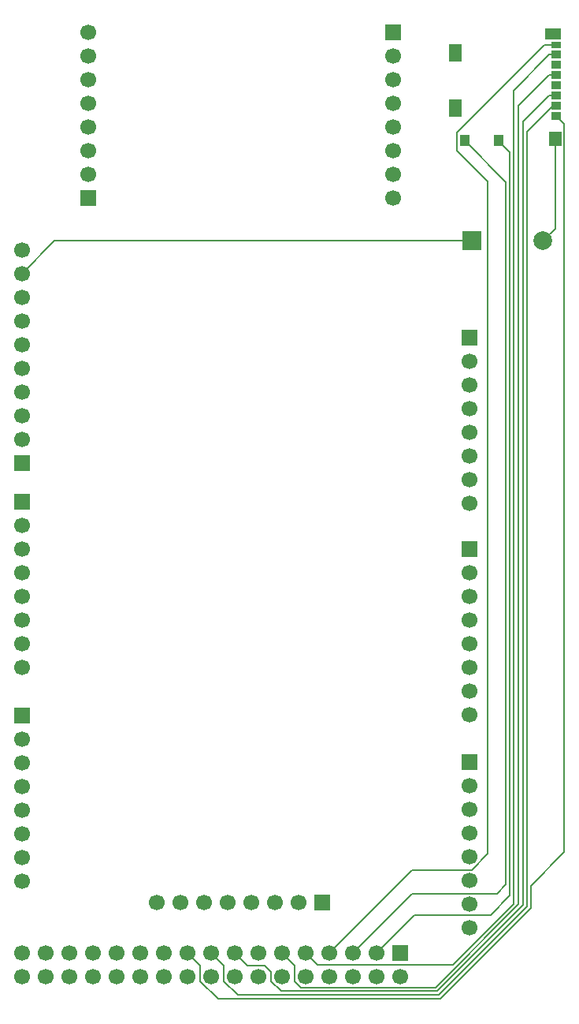
<source format=gbr>
%TF.GenerationSoftware,KiCad,Pcbnew,9.0.4-1.fc42*%
%TF.CreationDate,2025-09-21T19:32:59-04:00*%
%TF.ProjectId,TacosDevBoard,5461636f-7344-4657-9642-6f6172642e6b,1.0*%
%TF.SameCoordinates,Original*%
%TF.FileFunction,Copper,L2,Bot*%
%TF.FilePolarity,Positive*%
%FSLAX46Y46*%
G04 Gerber Fmt 4.6, Leading zero omitted, Abs format (unit mm)*
G04 Created by KiCad (PCBNEW 9.0.4-1.fc42) date 2025-09-21 19:32:59*
%MOMM*%
%LPD*%
G01*
G04 APERTURE LIST*
%TA.AperFunction,ComponentPad*%
%ADD10R,1.700000X1.700000*%
%TD*%
%TA.AperFunction,ComponentPad*%
%ADD11C,1.700000*%
%TD*%
%TA.AperFunction,ComponentPad*%
%ADD12R,2.000000X2.000000*%
%TD*%
%TA.AperFunction,ComponentPad*%
%ADD13C,2.000000*%
%TD*%
%TA.AperFunction,SMDPad,CuDef*%
%ADD14R,1.100000X0.850000*%
%TD*%
%TA.AperFunction,SMDPad,CuDef*%
%ADD15R,1.100000X0.750000*%
%TD*%
%TA.AperFunction,SMDPad,CuDef*%
%ADD16R,1.000000X1.200000*%
%TD*%
%TA.AperFunction,SMDPad,CuDef*%
%ADD17R,1.350000X1.550000*%
%TD*%
%TA.AperFunction,SMDPad,CuDef*%
%ADD18R,1.350000X1.900000*%
%TD*%
%TA.AperFunction,SMDPad,CuDef*%
%ADD19R,1.800000X1.170000*%
%TD*%
%TA.AperFunction,Conductor*%
%ADD20C,0.200000*%
%TD*%
G04 APERTURE END LIST*
D10*
%TO.P,J4,1,Pin_1*%
%TO.N,unconnected-(J4-Pin_1-Pad1)*%
X113030000Y-111429800D03*
D11*
%TO.P,J4,2,Pin_2*%
%TO.N,unconnected-(J4-Pin_2-Pad2)*%
X113030000Y-113969800D03*
%TO.P,J4,3,Pin_3*%
%TO.N,RX1*%
X113030000Y-116509800D03*
%TO.P,J4,4,Pin_4*%
%TO.N,TX1*%
X113030000Y-119049800D03*
%TO.P,J4,5,Pin_5*%
%TO.N,RX2*%
X113030000Y-121589800D03*
%TO.P,J4,6,Pin_6*%
%TO.N,TX2*%
X113030000Y-124129800D03*
%TO.P,J4,7,Pin_7*%
%TO.N,RX3*%
X113030000Y-126669800D03*
%TO.P,J4,8,Pin_8*%
%TO.N,TX3*%
X113030000Y-129209800D03*
%TD*%
D10*
%TO.P,J1,1,Pin_1*%
%TO.N,unconnected-(J1-Pin_1-Pad1)*%
X161137600Y-116433600D03*
D11*
%TO.P,J1,2,Pin_2*%
%TO.N,unconnected-(J1-Pin_2-Pad2)*%
X161137600Y-118973600D03*
%TO.P,J1,3,Pin_3*%
%TO.N,unconnected-(J1-Pin_3-Pad3)*%
X161137600Y-121513600D03*
%TO.P,J1,4,Pin_4*%
%TO.N,unconnected-(J1-Pin_4-Pad4)*%
X161137600Y-124053600D03*
%TO.P,J1,5,Pin_5*%
%TO.N,unconnected-(J1-Pin_5-Pad5)*%
X161137600Y-126593600D03*
%TO.P,J1,6,Pin_6*%
%TO.N,unconnected-(J1-Pin_6-Pad6)*%
X161137600Y-129133600D03*
%TO.P,J1,7,Pin_7*%
%TO.N,unconnected-(J1-Pin_7-Pad7)*%
X161137600Y-131673600D03*
%TO.P,J1,8,Pin_8*%
%TO.N,unconnected-(J1-Pin_8-Pad8)*%
X161137600Y-134213600D03*
%TD*%
D12*
%TO.P,BZ,1,+*%
%TO.N,D52*%
X161400000Y-60500000D03*
D13*
%TO.P,BZ,2,-*%
%TO.N,GND*%
X169000000Y-60500000D03*
%TD*%
D10*
%TO.P,J3,1,Pin_1*%
%TO.N,unconnected-(J3-Pin_1-Pad1)*%
X161112200Y-70916800D03*
D11*
%TO.P,J3,2,Pin_2*%
%TO.N,unconnected-(J3-Pin_2-Pad2)*%
X161112200Y-73456800D03*
%TO.P,J3,3,Pin_3*%
%TO.N,unconnected-(J3-Pin_3-Pad3)*%
X161112200Y-75996800D03*
%TO.P,J3,4,Pin_4*%
%TO.N,VDD*%
X161112200Y-78536800D03*
%TO.P,J3,5,Pin_5*%
%TO.N,+5V*%
X161112200Y-81076800D03*
%TO.P,J3,6,Pin_6*%
%TO.N,GND*%
X161112200Y-83616800D03*
%TO.P,J3,7,Pin_7*%
%TO.N,VSS*%
X161112200Y-86156800D03*
%TO.P,J3,8,Pin_8*%
%TO.N,VIN*%
X161112200Y-88696800D03*
%TD*%
D10*
%TO.P,J5,1,Pin_1*%
%TO.N,RX0*%
X113030000Y-88468200D03*
D11*
%TO.P,J5,2,Pin_2*%
%TO.N,TX0*%
X113030000Y-91008200D03*
%TO.P,J5,3,Pin_3*%
%TO.N,~D2*%
X113030000Y-93548200D03*
%TO.P,J5,4,Pin_4*%
%TO.N,~D3*%
X113030000Y-96088200D03*
%TO.P,J5,5,Pin_5*%
%TO.N,~D4*%
X113030000Y-98628200D03*
%TO.P,J5,6,Pin_6*%
%TO.N,~D5*%
X113030000Y-101168200D03*
%TO.P,J5,7,Pin_7*%
%TO.N,~D6*%
X113030000Y-103708200D03*
%TO.P,J5,8,Pin_8*%
%TO.N,~D7*%
X113030000Y-106248200D03*
%TD*%
D10*
%TO.P,J2,1,Pin_1*%
%TO.N,unconnected-(J2-Pin_1-Pad1)*%
X161112200Y-93599000D03*
D11*
%TO.P,J2,2,Pin_2*%
%TO.N,unconnected-(J2-Pin_2-Pad2)*%
X161112200Y-96139000D03*
%TO.P,J2,3,Pin_3*%
%TO.N,unconnected-(J2-Pin_3-Pad3)*%
X161112200Y-98679000D03*
%TO.P,J2,4,Pin_4*%
%TO.N,unconnected-(J2-Pin_4-Pad4)*%
X161112200Y-101219000D03*
%TO.P,J2,5,Pin_5*%
%TO.N,unconnected-(J2-Pin_5-Pad5)*%
X161112200Y-103759000D03*
%TO.P,J2,6,Pin_6*%
%TO.N,unconnected-(J2-Pin_6-Pad6)*%
X161112200Y-106299000D03*
%TO.P,J2,7,Pin_7*%
%TO.N,unconnected-(J2-Pin_7-Pad7)*%
X161112200Y-108839000D03*
%TO.P,J2,8,Pin_8*%
%TO.N,unconnected-(J2-Pin_8-Pad8)*%
X161112200Y-111379000D03*
%TD*%
D10*
%TO.P,J8,1,Pin_1*%
%TO.N,+5V*%
X153670000Y-136906000D03*
D11*
%TO.P,J8,2,Pin_2*%
X153670000Y-139446000D03*
%TO.P,J8,3,Pin_3*%
%TO.N,SD_DET_B*%
X151130000Y-136906000D03*
%TO.P,J8,4,Pin_4*%
%TO.N,unconnected-(J8-Pin_4-Pad4)*%
X151130000Y-139446000D03*
%TO.P,J8,5,Pin_5*%
%TO.N,SD_DET_A*%
X148590000Y-136906000D03*
%TO.P,J8,6,Pin_6*%
%TO.N,unconnected-(J8-Pin_6-Pad6)*%
X148590000Y-139446000D03*
%TO.P,J8,7,Pin_7*%
%TO.N,SD_DAT1*%
X146050000Y-136906000D03*
%TO.P,J8,8,Pin_8*%
%TO.N,unconnected-(J8-Pin_8-Pad8)*%
X146050000Y-139446000D03*
%TO.P,J8,9,Pin_9*%
%TO.N,SD_DAT0*%
X143510000Y-136906000D03*
%TO.P,J8,10,Pin_10*%
%TO.N,unconnected-(J8-Pin_10-Pad10)*%
X143510000Y-139446000D03*
%TO.P,J8,11,Pin_11*%
%TO.N,SD_CLK*%
X140970000Y-136906000D03*
%TO.P,J8,12,Pin_12*%
%TO.N,unconnected-(J8-Pin_12-Pad12)*%
X140970000Y-139446000D03*
%TO.P,J8,13,Pin_13*%
%TO.N,unconnected-(J8-Pin_13-Pad13)*%
X138430000Y-136906000D03*
%TO.P,J8,14,Pin_14*%
%TO.N,unconnected-(J8-Pin_14-Pad14)*%
X138430000Y-139446000D03*
%TO.P,J8,15,Pin_15*%
%TO.N,SD_CMD*%
X135890000Y-136906000D03*
%TO.P,J8,16,Pin_16*%
%TO.N,unconnected-(J8-Pin_16-Pad16)*%
X135890000Y-139446000D03*
%TO.P,J8,17,Pin_17*%
%TO.N,SD_DAT3{slash}CD*%
X133350000Y-136906000D03*
%TO.P,J8,18,Pin_18*%
%TO.N,unconnected-(J8-Pin_18-Pad18)*%
X133350000Y-139446000D03*
%TO.P,J8,19,Pin_19*%
%TO.N,SD_DAT2*%
X130810000Y-136906000D03*
%TO.P,J8,20,Pin_20*%
%TO.N,unconnected-(J8-Pin_20-Pad20)*%
X130810000Y-139446000D03*
%TO.P,J8,21,Pin_21*%
%TO.N,D32*%
X128270000Y-136906000D03*
%TO.P,J8,22,Pin_22*%
%TO.N,unconnected-(J8-Pin_22-Pad22)*%
X128270000Y-139446000D03*
%TO.P,J8,23,Pin_23*%
%TO.N,D30*%
X125730000Y-136906000D03*
%TO.P,J8,24,Pin_24*%
%TO.N,unconnected-(J8-Pin_24-Pad24)*%
X125730000Y-139446000D03*
%TO.P,J8,25,Pin_25*%
%TO.N,D28*%
X123190000Y-136906000D03*
%TO.P,J8,26,Pin_26*%
%TO.N,unconnected-(J8-Pin_26-Pad26)*%
X123190000Y-139446000D03*
%TO.P,J8,27,Pin_27*%
%TO.N,D26*%
X120650000Y-136906000D03*
%TO.P,J8,28,Pin_28*%
%TO.N,unconnected-(J8-Pin_28-Pad28)*%
X120650000Y-139446000D03*
%TO.P,J8,29,Pin_29*%
%TO.N,D24*%
X118110000Y-136906000D03*
%TO.P,J8,30,Pin_30*%
%TO.N,unconnected-(J8-Pin_30-Pad30)*%
X118110000Y-139446000D03*
%TO.P,J8,31,Pin_31*%
%TO.N,D22*%
X115570000Y-136906000D03*
%TO.P,J8,32,Pin_32*%
%TO.N,unconnected-(J8-Pin_32-Pad32)*%
X115570000Y-139446000D03*
%TO.P,J8,33,Pin_33*%
%TO.N,GND*%
X113030000Y-136906000D03*
%TO.P,J8,34,Pin_34*%
X113030000Y-139446000D03*
%TD*%
D10*
%TO.P,J9,1,Pin_1*%
%TO.N,~D8*%
X113004600Y-84302600D03*
D11*
%TO.P,J9,2,Pin_2*%
%TO.N,~D9*%
X113004600Y-81762600D03*
%TO.P,J9,3,Pin_3*%
%TO.N,unconnected-(J9-Pin_3-Pad3)*%
X113004600Y-79222600D03*
%TO.P,J9,4,Pin_4*%
%TO.N,unconnected-(J9-Pin_4-Pad4)*%
X113004600Y-76682600D03*
%TO.P,J9,5,Pin_5*%
%TO.N,unconnected-(J9-Pin_5-Pad5)*%
X113004600Y-74142600D03*
%TO.P,J9,6,Pin_6*%
%TO.N,unconnected-(J9-Pin_6-Pad6)*%
X113004600Y-71602600D03*
%TO.P,J9,7,Pin_7*%
%TO.N,unconnected-(J9-Pin_7-Pad7)*%
X113004600Y-69062600D03*
%TO.P,J9,8,Pin_8*%
%TO.N,unconnected-(J9-Pin_8-Pad8)*%
X113004600Y-66522600D03*
%TO.P,J9,9,Pin_9*%
%TO.N,D52*%
X113004600Y-63982600D03*
%TO.P,J9,10,Pin_10*%
%TO.N,unconnected-(J9-Pin_10-Pad10)*%
X113004600Y-61442600D03*
%TD*%
D14*
%TO.P,J6,1,DAT2*%
%TO.N,SD_DAT2*%
X170450000Y-47105000D03*
%TO.P,J6,2,DAT3/CD*%
%TO.N,SD_DAT3{slash}CD*%
X170450000Y-46005000D03*
%TO.P,J6,3,CMD*%
%TO.N,SD_CMD*%
X170450000Y-44905000D03*
%TO.P,J6,4,VDD*%
%TO.N,VDD*%
X170450000Y-43805000D03*
%TO.P,J6,5,CLK*%
%TO.N,SD_CLK*%
X170450000Y-42705000D03*
%TO.P,J6,6,VSS*%
%TO.N,VSS*%
X170450000Y-41605000D03*
%TO.P,J6,7,DAT0*%
%TO.N,SD_DAT0*%
X170450000Y-40505000D03*
D15*
%TO.P,J6,8,DAT1*%
%TO.N,SD_DAT1*%
X170450000Y-39455000D03*
D16*
%TO.P,J6,9,DET_B*%
%TO.N,SD_DET_B*%
X164300000Y-49740000D03*
%TO.P,J6,10,DET_A*%
%TO.N,SD_DET_A*%
X160600000Y-49740000D03*
D17*
%TO.P,J6,11,SHIELD*%
%TO.N,GND*%
X170325000Y-49565000D03*
D18*
X159625000Y-46240000D03*
X159625000Y-40270000D03*
D19*
X170100000Y-38245000D03*
%TD*%
D10*
%TO.P,PWM,1,Pin_1*%
%TO.N,~D2*%
X120142000Y-55880000D03*
D11*
%TO.P,PWM,2,Pin_2*%
%TO.N,~D3*%
X120142000Y-53340000D03*
%TO.P,PWM,3,Pin_3*%
%TO.N,~D4*%
X120142000Y-50800000D03*
%TO.P,PWM,4,Pin_4*%
%TO.N,~D5*%
X120142000Y-48260000D03*
%TO.P,PWM,5,Pin_5*%
%TO.N,~D6*%
X120142000Y-45720000D03*
%TO.P,PWM,6,Pin_6*%
%TO.N,~D7*%
X120142000Y-43180000D03*
%TO.P,PWM,7,Pin_7*%
%TO.N,~D8*%
X120142000Y-40640000D03*
%TO.P,PWM,8,Pin_8*%
%TO.N,~D9*%
X120142000Y-38100000D03*
%TD*%
D10*
%TO.P,COMM,1,Pin_1*%
%TO.N,TX0*%
X152908000Y-38100000D03*
D11*
%TO.P,COMM,2,Pin_2*%
%TO.N,RX0*%
X152908000Y-40640000D03*
%TO.P,COMM,3,Pin_3*%
%TO.N,TX1*%
X152908000Y-43180000D03*
%TO.P,COMM,4,Pin_4*%
%TO.N,RX1*%
X152908000Y-45720000D03*
%TO.P,COMM,5,Pin_5*%
%TO.N,TX2*%
X152908000Y-48260000D03*
%TO.P,COMM,6,Pin_6*%
%TO.N,RX2*%
X152908000Y-50800000D03*
%TO.P,COMM,7,Pin_7*%
%TO.N,TX3*%
X152908000Y-53340000D03*
%TO.P,COMM,8,Pin_8*%
%TO.N,RX3*%
X152908000Y-55880000D03*
%TD*%
D10*
%TO.P,SELECT,1,Pin_1*%
%TO.N,GND*%
X145262600Y-131495800D03*
D11*
%TO.P,SELECT,2,Pin_2*%
%TO.N,D32*%
X142722600Y-131495800D03*
%TO.P,SELECT,3,Pin_3*%
%TO.N,D30*%
X140182600Y-131495800D03*
%TO.P,SELECT,4,Pin_4*%
%TO.N,D28*%
X137642600Y-131495800D03*
%TO.P,SELECT,5,Pin_5*%
%TO.N,D26*%
X135102600Y-131495800D03*
%TO.P,SELECT,6,Pin_6*%
%TO.N,D24*%
X132562600Y-131495800D03*
%TO.P,SELECT,7,Pin_7*%
%TO.N,D22*%
X130022600Y-131495800D03*
%TO.P,SELECT,8,Pin_8*%
%TO.N,+5V*%
X127482600Y-131495800D03*
%TD*%
D20*
%TO.N,GND*%
X170325000Y-49565000D02*
X170325000Y-59175000D01*
X170325000Y-59175000D02*
X169000000Y-60500000D01*
%TO.N,D52*%
X116487200Y-60500000D02*
X113004600Y-63982600D01*
X161400000Y-60500000D02*
X116487200Y-60500000D01*
%TO.N,SD_DAT3{slash}CD*%
X167304400Y-48813800D02*
X170113200Y-46005000D01*
X157830960Y-141416400D02*
X167304400Y-131942960D01*
X133350000Y-136906000D02*
X134739000Y-138295000D01*
X136232640Y-141416400D02*
X157830960Y-141416400D01*
X134739000Y-138295000D02*
X134739000Y-139922760D01*
X170113200Y-46005000D02*
X170450000Y-46005000D01*
X167304400Y-131942960D02*
X167304400Y-48813800D01*
X134739000Y-139922760D02*
X136232640Y-141416400D01*
%TO.N,SD_DAT2*%
X171301000Y-126096800D02*
X171301000Y-47956000D01*
X167705400Y-132109060D02*
X167705400Y-129692400D01*
X171301000Y-47956000D02*
X170450000Y-47105000D01*
X157997060Y-141817400D02*
X167705400Y-132109060D01*
X130810000Y-136906000D02*
X132199000Y-138295000D01*
X132199000Y-138295000D02*
X132199000Y-139922760D01*
X134093640Y-141817400D02*
X157997060Y-141817400D01*
X167705400Y-129692400D02*
X171301000Y-126096800D01*
X132199000Y-139922760D02*
X134093640Y-141817400D01*
%TO.N,SD_DAT0*%
X159370060Y-138176000D02*
X165862000Y-131684060D01*
X165862000Y-44343000D02*
X169700000Y-40505000D01*
X143510000Y-136906000D02*
X144780000Y-138176000D01*
X165862000Y-131684060D02*
X165862000Y-44343000D01*
X144780000Y-138176000D02*
X159370060Y-138176000D01*
X169700000Y-40505000D02*
X170450000Y-40505000D01*
%TO.N,SD_CLK*%
X142359000Y-139946000D02*
X143027400Y-140614400D01*
X140970000Y-136906000D02*
X142359000Y-138295000D01*
X142359000Y-138295000D02*
X142359000Y-139946000D01*
X143027400Y-140614400D02*
X157498760Y-140614400D01*
X157498760Y-140614400D02*
X166420800Y-131692360D01*
X166420800Y-45984200D02*
X169700000Y-42705000D01*
X169700000Y-42705000D02*
X170450000Y-42705000D01*
X166420800Y-131692360D02*
X166420800Y-45984200D01*
%TO.N,SD_CMD*%
X139819000Y-139922760D02*
X140911640Y-141015400D01*
X166903400Y-131776860D02*
X166903400Y-47701600D01*
X139144760Y-138295000D02*
X139819000Y-138969240D01*
X137279000Y-138295000D02*
X139144760Y-138295000D01*
X135890000Y-136906000D02*
X137279000Y-138295000D01*
X169700000Y-44905000D02*
X170450000Y-44905000D01*
X166903400Y-47701600D02*
X169700000Y-44905000D01*
X139819000Y-138969240D02*
X139819000Y-139922760D01*
X140911640Y-141015400D02*
X157664860Y-141015400D01*
X157664860Y-141015400D02*
X166903400Y-131776860D01*
%TO.N,SD_DAT1*%
X163118800Y-54152800D02*
X163118800Y-126240160D01*
X159799000Y-50833000D02*
X163118800Y-54152800D01*
X161376360Y-127982600D02*
X154973400Y-127982600D01*
X159799000Y-48839000D02*
X159799000Y-50833000D01*
X154973400Y-127982600D02*
X146050000Y-136906000D01*
X170450000Y-39455000D02*
X169183000Y-39455000D01*
X169183000Y-39455000D02*
X159799000Y-48839000D01*
X163118800Y-126240160D02*
X161376360Y-127982600D01*
%TO.N,SD_DET_A*%
X148590000Y-136906000D02*
X154973400Y-130522600D01*
X164092000Y-130522600D02*
X165060000Y-129554600D01*
X165060000Y-129554600D02*
X165060000Y-54200000D01*
X154973400Y-130522600D02*
X164092000Y-130522600D01*
X165060000Y-54200000D02*
X160600000Y-49740000D01*
%TO.N,SD_DET_B*%
X151130000Y-136906000D02*
X155211400Y-132824600D01*
X165461000Y-50983200D02*
X164300000Y-49822200D01*
X165461000Y-130753800D02*
X165461000Y-50983200D01*
X155211400Y-132824600D02*
X163390200Y-132824600D01*
X163390200Y-132824600D02*
X165461000Y-130753800D01*
X164300000Y-49822200D02*
X164300000Y-49740000D01*
%TD*%
M02*

</source>
